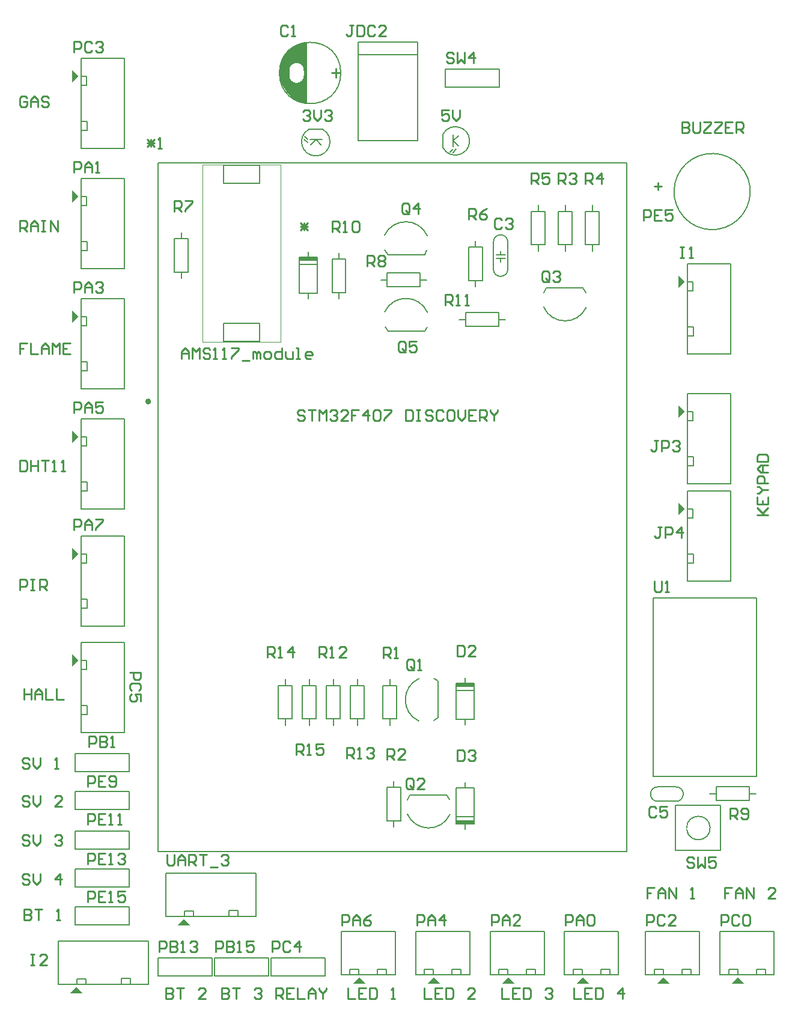
<source format=gto>
G04*
G04 #@! TF.GenerationSoftware,Altium Limited,Altium Designer,18.1.6 (161)*
G04*
G04 Layer_Color=65535*
%FSTAX24Y24*%
%MOIN*%
G70*
G01*
G75*
%ADD10C,0.0080*%
%ADD11C,0.0070*%
%ADD12C,0.0157*%
%ADD13C,0.0100*%
%ADD14C,0.0070*%
%ADD15C,0.0079*%
%ADD16C,0.0050*%
%ADD17C,0.0004*%
%ADD18R,0.1000X0.0200*%
G36*
X039175Y021735D02*
X039885D01*
X039535Y022085D01*
Y022095D01*
X039175Y021735D01*
D02*
G37*
G36*
X054865Y022265D02*
X055575D01*
X055225Y022615D01*
Y022625D01*
X054865Y022265D01*
D02*
G37*
G36*
X045145Y025505D02*
X045855D01*
X045505Y025855D01*
Y025865D01*
X045145Y025505D01*
D02*
G37*
G36*
X039305Y040555D02*
Y039845D01*
X039655Y040195D01*
X039665D01*
X039305Y040555D01*
D02*
G37*
G36*
X058997Y022265D02*
X059707D01*
X059357Y022615D01*
Y022625D01*
X058997Y022265D01*
D02*
G37*
G36*
X063129D02*
X063839D01*
X063489Y022615D01*
Y022625D01*
X063129Y022265D01*
D02*
G37*
G36*
X067261D02*
X067971D01*
X067621Y022615D01*
Y022625D01*
X067261Y022265D01*
D02*
G37*
G36*
X071753D02*
X072463D01*
X072113Y022615D01*
Y022625D01*
X071753Y022265D01*
D02*
G37*
G36*
X075885D02*
X076595D01*
X076245Y022615D01*
Y022625D01*
X075885Y022265D01*
D02*
G37*
G36*
X039305Y046455D02*
Y045745D01*
X039655Y046095D01*
X039665D01*
X039305Y046455D01*
D02*
G37*
G36*
X039305Y052955D02*
Y052245D01*
X039655Y052595D01*
X039665D01*
X039305Y052955D01*
D02*
G37*
G36*
Y059622D02*
Y058912D01*
X039655Y059262D01*
X039665D01*
X039305Y059622D01*
D02*
G37*
G36*
Y066288D02*
Y065578D01*
X039655Y065928D01*
X039665D01*
X039305Y066288D01*
D02*
G37*
G36*
Y072955D02*
Y072245D01*
X039655Y072595D01*
X039665D01*
X039305Y072955D01*
D02*
G37*
G36*
X07294Y048955D02*
Y048245D01*
X07329Y048595D01*
X0733D01*
X07294Y048955D01*
D02*
G37*
G36*
Y054355D02*
Y053645D01*
X07329Y053995D01*
X0733D01*
X07294Y054355D01*
D02*
G37*
G36*
X05225Y07253D02*
X0519Y07218D01*
X051621D01*
X051604Y072181D01*
X051571Y072187D01*
X05154Y0722D01*
X051512Y072219D01*
X0515Y07223D01*
D01*
X051435Y072295D01*
X051427Y072303D01*
X051414Y072323D01*
X051405Y072345D01*
X051401Y072368D01*
X0514Y07238D01*
D01*
X05135Y07243D01*
X051339Y072442D01*
X05132Y07247D01*
X051307Y072501D01*
X051301Y072534D01*
X0513Y072551D01*
D01*
Y073059D01*
X051301Y073076D01*
X051307Y073109D01*
X05132Y07314D01*
X051339Y073168D01*
X05135Y07318D01*
Y07318D01*
X051465Y073295D01*
X051473Y073303D01*
X051493Y073316D01*
X051515Y073325D01*
X051538Y073329D01*
X05155Y07333D01*
X051562Y073341D01*
X05159Y07336D01*
X051621Y073373D01*
X051654Y073379D01*
X051671Y07338D01*
D01*
X051809D01*
X051842Y073378D01*
X051908Y073365D01*
X05197Y07334D01*
X052025Y073302D01*
X05205Y07328D01*
D01*
X052165Y073165D01*
X052173Y073157D01*
X052186Y073137D01*
X052195Y073115D01*
X052199Y073092D01*
X0522Y07308D01*
D01*
X05225D01*
Y07448D01*
X0517Y07428D01*
X0513Y07398D01*
X051Y07358D01*
X0508Y07298D01*
Y07258D01*
X05095Y07208D01*
X05125Y07163D01*
X0516Y07133D01*
X05205Y07113D01*
X05225Y07108D01*
Y07253D01*
D02*
G37*
G36*
X07294Y061555D02*
Y060845D01*
X07329Y061195D01*
X0733D01*
X07294Y061555D01*
D02*
G37*
D10*
X073355Y067741D02*
G03*
X07337Y067755I001448J-001539D01*
G01*
D11*
X058999Y06375D02*
G03*
X056635Y063782I-00119J-000524D01*
G01*
X059009Y0595D02*
G03*
X056644Y059532I-00119J-000524D01*
G01*
X065453Y059805D02*
G03*
X067818Y059772I00119J000524D01*
G01*
X057891Y03168D02*
G03*
X060255Y031648I00119J000524D01*
G01*
X05856Y039199D02*
G03*
X058528Y036835I000524J-00119D01*
G01*
X073394Y030817D02*
G03*
X073388Y0309I000645J000083D01*
G01*
X07179Y03318D02*
G03*
X07179Y03238I0J-0004D01*
G01*
X0728D02*
G03*
X0728Y03318I0J0004D01*
G01*
X0542Y07278D02*
G03*
X0542Y07278I-0017J0D01*
G01*
X06267Y0619D02*
G03*
X06347Y0619I0004J0D01*
G01*
Y0634D02*
G03*
X06267Y0634I-0004J0D01*
G01*
X03982Y0372D02*
X04012D01*
Y0377D01*
X03982D02*
X04012D01*
X0398Y03968D02*
X0401D01*
Y04018D01*
X0398D02*
X0401D01*
X0422Y0362D02*
Y0412D01*
X0398Y0362D02*
X0408D01*
X0398D02*
Y0412D01*
X0422D01*
X0408Y0362D02*
X0422D01*
X04253Y02225D02*
Y02255D01*
X04203D02*
X04253D01*
X04203Y02225D02*
Y02255D01*
X04005Y02223D02*
Y02253D01*
X03955D02*
X04005D01*
X03955Y02223D02*
Y02253D01*
X03853Y02463D02*
X04353D01*
Y02223D02*
Y02323D01*
X03853Y02223D02*
X04353D01*
X03853D02*
Y02463D01*
X04353Y02323D02*
Y02463D01*
X05682Y0627D02*
X05885D01*
X05898Y06296D01*
X056647Y062948D02*
X05682Y0627D01*
X05683Y05845D02*
X05886D01*
X05899Y05871D01*
X056656Y058698D02*
X05683Y05845D01*
X073455Y051D02*
X073755D01*
Y0515D01*
X073455D02*
X073755D01*
X073435Y05348D02*
X073735D01*
Y05398D01*
X073435D02*
X073735D01*
X075835Y05D02*
Y055D01*
X073435Y05D02*
X074435D01*
X073435D02*
Y055D01*
X075835D01*
X074435Y05D02*
X075835D01*
X073455Y0456D02*
X073755D01*
Y0461D01*
X073455D02*
X073755D01*
X073435Y04808D02*
X073735D01*
Y04858D01*
X073435D02*
X073735D01*
X075835Y0446D02*
Y0496D01*
X073435Y0446D02*
X074435D01*
X073435D02*
Y0496D01*
X075835D01*
X074435Y0446D02*
X075835D01*
X05512Y0388D02*
Y03915D01*
X0555Y03695D02*
Y0388D01*
X05512Y03661D02*
Y03695D01*
X05474D02*
Y0388D01*
Y03695D02*
X0555D01*
X05474Y0388D02*
X0555D01*
X052453D02*
Y03915D01*
X052833Y03695D02*
Y0388D01*
X052453Y03661D02*
Y03695D01*
X052073D02*
Y0388D01*
Y03695D02*
X052833D01*
X052073Y0388D02*
X052833D01*
X05112D02*
Y03915D01*
X0515Y03695D02*
Y0388D01*
X05112Y03661D02*
Y03695D01*
X05074D02*
Y0388D01*
Y03695D02*
X0515D01*
X05074Y0388D02*
X0515D01*
X053787D02*
Y03915D01*
X054167Y03695D02*
Y0388D01*
X053787Y03661D02*
Y03695D01*
X053407D02*
Y0388D01*
Y03695D02*
X054167D01*
X053407Y0388D02*
X054167D01*
X058614Y0613D02*
X058964D01*
X056764Y06092D02*
X058614D01*
X056424Y0613D02*
X056764D01*
Y06168D02*
X058614D01*
X056764Y06092D02*
Y06168D01*
X058614Y06092D02*
Y06168D01*
X0541Y06026D02*
Y06061D01*
X05372D02*
Y06246D01*
X0541D02*
Y0628D01*
X05448Y06061D02*
Y06246D01*
X05372D02*
X05448D01*
X05372Y06061D02*
X05448D01*
X05224Y062574D02*
X0524D01*
X05261D01*
X0519Y062164D02*
X05287D01*
X0524Y062574D02*
Y062874D01*
Y060274D02*
Y060574D01*
X0519Y062574D02*
X0524D01*
X0519Y060574D02*
Y062574D01*
Y060574D02*
X0529D01*
Y062574D01*
X0524D02*
X0529D01*
X06297Y05911D02*
X06332D01*
X06112Y05873D02*
X06297D01*
X06078Y05911D02*
X06112D01*
Y05949D02*
X06297D01*
X06112Y05873D02*
Y05949D01*
X06297Y05873D02*
Y05949D01*
X073618Y02275D02*
Y02305D01*
X073118D02*
X073618D01*
X073118Y02275D02*
Y02305D01*
X072098Y02277D02*
Y02307D01*
X071598D02*
X072098D01*
X071598Y02277D02*
Y02307D01*
X071108Y02516D02*
X074108D01*
Y02276D02*
Y02516D01*
X071108Y02276D02*
X074108D01*
X071108D02*
Y02516D01*
X0611Y03113D02*
X06126D01*
X06089D02*
X0611D01*
X06063Y03154D02*
X0616D01*
X0611Y03083D02*
Y03113D01*
Y03313D02*
Y03343D01*
Y03113D02*
X0616D01*
Y03313D01*
X0606D02*
X0616D01*
X0606Y03113D02*
Y03313D01*
Y03113D02*
X0611D01*
X06665Y0651D02*
Y06545D01*
X06703Y06325D02*
Y0651D01*
X06665Y06291D02*
Y06325D01*
X06627D02*
Y0651D01*
Y06325D02*
X06703D01*
X06627Y0651D02*
X06703D01*
X065602Y060854D02*
X067632D01*
X065472Y060594D02*
X065602Y060854D01*
X067632D02*
X067806Y060607D01*
X06815Y0651D02*
Y06545D01*
X06853Y06325D02*
Y0651D01*
X06815Y06291D02*
Y06325D01*
X06777D02*
Y0651D01*
Y06325D02*
X06853D01*
X06777Y0651D02*
X06853D01*
X064994Y02275D02*
Y02305D01*
X064494D02*
X064994D01*
X064494Y02275D02*
Y02305D01*
X063474Y02277D02*
Y02307D01*
X062974D02*
X063474D01*
X062974Y02277D02*
Y02307D01*
X062484Y02516D02*
X065484D01*
Y02276D02*
Y02516D01*
X062484Y02276D02*
X065484D01*
X062484D02*
Y02516D01*
X069126Y02275D02*
Y02305D01*
X068626D02*
X069126D01*
X068626Y02275D02*
Y02305D01*
X067606Y02277D02*
Y02307D01*
X067106D02*
X067606D01*
X067106Y02277D02*
Y02307D01*
X066616Y02516D02*
X069616D01*
Y02276D02*
Y02516D01*
X066616Y02276D02*
X069616D01*
X066616D02*
Y02516D01*
X06515Y0651D02*
Y06545D01*
X06553Y06325D02*
Y0651D01*
X06515Y06291D02*
Y06325D01*
X06477D02*
Y0651D01*
Y06325D02*
X06553D01*
X06477Y0651D02*
X06553D01*
X05673Y02275D02*
Y02305D01*
X05623D02*
X05673D01*
X05623Y02275D02*
Y02305D01*
X05521Y02277D02*
Y02307D01*
X05471D02*
X05521D01*
X05471Y02277D02*
Y02307D01*
X05422Y02516D02*
X05722D01*
Y02276D02*
Y02516D01*
X05422Y02276D02*
X05722D01*
X05422D02*
Y02516D01*
X060862Y02275D02*
Y02305D01*
X060362D02*
X060862D01*
X060362Y02275D02*
Y02305D01*
X059342Y02277D02*
Y02307D01*
X058842D02*
X059342D01*
X058842Y02277D02*
Y02307D01*
X058352Y02516D02*
X061352D01*
Y02276D02*
Y02516D01*
X058352Y02276D02*
X061352D01*
X058352D02*
Y02516D01*
X05804Y03273D02*
X06007D01*
X05791Y03247D02*
X05804Y03273D01*
X06007D02*
X060243Y032482D01*
X05692Y0388D02*
Y03915D01*
X0573Y03695D02*
Y0388D01*
X05692Y03661D02*
Y03695D01*
X05654D02*
Y0388D01*
Y03695D02*
X0573D01*
X05654Y0388D02*
X0573D01*
X057148Y03316D02*
Y03351D01*
X057528Y03131D02*
Y03316D01*
X057148Y03097D02*
Y03131D01*
X056768D02*
Y03316D01*
Y03131D02*
X057528D01*
X056768Y03316D02*
X057528D01*
X05961Y03702D02*
Y03905D01*
X05935Y03918D02*
X05961Y03905D01*
X059362Y036847D02*
X05961Y03702D01*
X07524Y02276D02*
Y02516D01*
Y02276D02*
X07824D01*
Y02516D01*
X07524D02*
X07824D01*
X07573Y02277D02*
Y02307D01*
X07623D01*
Y02277D02*
Y02307D01*
X07725Y02275D02*
Y02305D01*
X07775D01*
Y02275D02*
Y02305D01*
X0495Y027D02*
Y0284D01*
X0445Y026D02*
Y0284D01*
Y026D02*
X0495D01*
Y027D01*
X0445Y0284D02*
X0495D01*
X04552Y026D02*
Y0263D01*
X04602D01*
Y026D02*
Y0263D01*
X048Y02602D02*
Y02632D01*
X0485D01*
Y02602D02*
Y02632D01*
X07278Y02965D02*
X07528D01*
X07278D02*
Y03215D01*
X07528D01*
Y02965D02*
Y03215D01*
X0718Y03318D02*
X0728D01*
X0718Y03238D02*
X0728D01*
X07503Y03242D02*
Y03318D01*
X07688Y03242D02*
Y03318D01*
X07503Y03242D02*
X07688D01*
Y0328D02*
X07722D01*
X07503Y03318D02*
X07688D01*
X07468Y0328D02*
X07503D01*
X06267Y0619D02*
Y0634D01*
X06347Y0619D02*
Y0634D01*
X06282Y0625D02*
X06332D01*
X06282Y0627D02*
X06332D01*
X06307D02*
Y0629D01*
Y0623D02*
Y0625D01*
X05515Y07448D02*
X05845D01*
X05515Y06903D02*
X05845D01*
Y07448D01*
X05515Y06903D02*
Y07448D01*
Y07378D02*
X05845D01*
X06043Y068696D02*
Y069356D01*
Y069016D02*
X06072Y069306D01*
X06043Y069016D02*
X06072Y068726D01*
X059881Y068618D02*
Y06941D01*
X06043Y068376D02*
X0606Y068546D01*
X06027Y068406D02*
X06044Y068576D01*
X06167Y06312D02*
Y06347D01*
X06205Y06127D02*
Y06312D01*
X06167Y06093D02*
Y06127D01*
X06129D02*
Y06312D01*
Y06127D02*
X06205D01*
X06129Y06312D02*
X06205D01*
X0525Y0691D02*
X05316D01*
X05282D02*
X05311Y06881D01*
X05253D02*
X05282Y0691D01*
X052422Y069649D02*
X053213D01*
X05218Y0691D02*
X05235Y06893D01*
X05221Y06926D02*
X05238Y06909D01*
X04535Y06138D02*
Y06173D01*
X04497D02*
Y06358D01*
X04535D02*
Y06392D01*
X04573Y06173D02*
Y06358D01*
X04497D02*
X04573D01*
X04497Y06173D02*
X04573D01*
X0408Y0486D02*
X0422D01*
X0398Y0536D02*
X0422D01*
X0398Y0486D02*
Y0536D01*
Y0486D02*
X0408D01*
X0422D02*
Y0536D01*
X0398Y05258D02*
X0401D01*
Y05208D02*
Y05258D01*
X0398Y05208D02*
X0401D01*
X03982Y0501D02*
X04012D01*
Y0496D02*
Y0501D01*
X03982Y0496D02*
X04012D01*
X0408Y055267D02*
X0422D01*
X0398Y060267D02*
X0422D01*
X0398Y055267D02*
Y060267D01*
Y055267D02*
X0408D01*
X0422D02*
Y060267D01*
X0398Y059247D02*
X0401D01*
Y058747D02*
Y059247D01*
X0398Y058747D02*
X0401D01*
X03982Y056767D02*
X04012D01*
Y056267D02*
Y056767D01*
X03982Y056267D02*
X04012D01*
X0408Y0686D02*
X0422D01*
X0398Y0736D02*
X0422D01*
X0398Y0686D02*
Y0736D01*
Y0686D02*
X0408D01*
X0422D02*
Y0736D01*
X0398Y07258D02*
X0401D01*
Y07208D02*
Y07258D01*
X0398Y07208D02*
X0401D01*
X03982Y0701D02*
X04012D01*
Y0696D02*
Y0701D01*
X03982Y0696D02*
X04012D01*
X06094Y03893D02*
X0611D01*
X06131D01*
X0606Y03852D02*
X06157D01*
X0611Y03893D02*
Y03923D01*
Y03663D02*
Y03693D01*
X0606Y03893D02*
X0611D01*
X0606Y03693D02*
Y03893D01*
Y03693D02*
X0616D01*
Y03893D01*
X0611D02*
X0616D01*
X0408Y061933D02*
X0422D01*
X0398Y066933D02*
X0422D01*
X0398Y061933D02*
Y066933D01*
Y061933D02*
X0408D01*
X0422D02*
Y066933D01*
X0398Y065913D02*
X0401D01*
Y065413D02*
Y065913D01*
X0398Y065413D02*
X0401D01*
X03982Y063433D02*
X04012D01*
Y062933D02*
Y063433D01*
X03982Y062933D02*
X04012D01*
X0408Y0421D02*
X0422D01*
X0398Y0471D02*
X0422D01*
X0398Y0421D02*
Y0471D01*
Y0421D02*
X0408D01*
X0422D02*
Y0471D01*
X0398Y04608D02*
X0401D01*
Y04558D02*
Y04608D01*
X0398Y04558D02*
X0401D01*
X03982Y0436D02*
X04012D01*
Y0431D02*
Y0436D01*
X03982Y0431D02*
X04012D01*
X074435Y0572D02*
X075835D01*
X073435Y0622D02*
X075835D01*
X073435Y0572D02*
Y0622D01*
Y0572D02*
X074435D01*
X075835D02*
Y0622D01*
X073435Y06118D02*
X073735D01*
Y06068D02*
Y06118D01*
X073435Y06068D02*
X073735D01*
X073455Y0587D02*
X073755D01*
Y0582D02*
Y0587D01*
X073455Y0582D02*
X073755D01*
D12*
X043601Y054559D02*
G03*
X043601Y054559I-000079J0D01*
G01*
D13*
X0513Y07263D02*
G03*
X05175Y07218I00045J0D01*
G01*
X0518Y07338D02*
G03*
X0513Y07298I-00005J-00045D01*
G01*
X0522Y07288D02*
G03*
X0518Y07338I-00045J00005D01*
G01*
X05175Y07218D02*
G03*
X0522Y07263I0J00045D01*
G01*
X05225Y07113D02*
Y07443D01*
X0522Y07253D02*
X05225D01*
X0513Y07263D02*
Y07298D01*
X0522Y07248D02*
Y07298D01*
X05392Y07253D02*
Y07303D01*
X0537Y07278D02*
X05415D01*
X07312Y07007D02*
Y06947D01*
X07342D01*
X07352Y06957D01*
Y06967D01*
X07342Y06977D01*
X07312D01*
X07342D01*
X07352Y06987D01*
Y06997D01*
X07342Y07007D01*
X07312D01*
X07372D02*
Y06957D01*
X07382Y06947D01*
X07402D01*
X07412Y06957D01*
Y07007D01*
X07432D02*
X074719D01*
Y06997D01*
X07432Y06957D01*
Y06947D01*
X074719D01*
X074919Y07007D02*
X075319D01*
Y06997D01*
X074919Y06957D01*
Y06947D01*
X075319D01*
X075919Y07007D02*
X075519D01*
Y06947D01*
X075919D01*
X075519Y06977D02*
X075719D01*
X076119Y06947D02*
Y07007D01*
X076419D01*
X076519Y06997D01*
Y06977D01*
X076419Y06967D01*
X076119D01*
X076319D02*
X076519Y06947D01*
X0773Y048245D02*
X0779D01*
X0777D01*
X0773Y048645D01*
X0776Y048345D01*
X0779Y048645D01*
X0773Y049245D02*
Y048845D01*
X0779D01*
Y049245D01*
X0776Y048845D02*
Y049045D01*
X0773Y049445D02*
X0774D01*
X0776Y049645D01*
X0774Y049844D01*
X0773D01*
X0776Y049645D02*
X0779D01*
Y050044D02*
X0773D01*
Y050344D01*
X0774Y050444D01*
X0776D01*
X0777Y050344D01*
Y050044D01*
X0779Y050644D02*
X0775D01*
X0773Y050844D01*
X0775Y051044D01*
X0779D01*
X0776D01*
Y050644D01*
X0773Y051244D02*
X0779D01*
Y051544D01*
X0778Y051644D01*
X0774D01*
X0773Y051544D01*
Y051244D01*
X03663Y0264D02*
Y0258D01*
X03693D01*
X03703Y0259D01*
Y026D01*
X03693Y0261D01*
X03663D01*
X03693D01*
X03703Y0262D01*
Y0263D01*
X03693Y0264D01*
X03663D01*
X03723D02*
X03763D01*
X03743D01*
Y0258D01*
X038429D02*
X038629D01*
X038529D01*
Y0264D01*
X038429Y0263D01*
X03693Y028271D02*
X03683Y028371D01*
X03663D01*
X03653Y028271D01*
Y028171D01*
X03663Y028071D01*
X03683D01*
X03693Y027971D01*
Y027871D01*
X03683Y027771D01*
X03663D01*
X03653Y027871D01*
X03713Y028371D02*
Y027971D01*
X03733Y027771D01*
X03753Y027971D01*
Y028371D01*
X038629Y027771D02*
Y028371D01*
X038329Y028071D01*
X038729D01*
X03693Y030427D02*
X03683Y030527D01*
X03663D01*
X03653Y030427D01*
Y030327D01*
X03663Y030227D01*
X03683D01*
X03693Y030127D01*
Y030027D01*
X03683Y029927D01*
X03663D01*
X03653Y030027D01*
X03713Y030527D02*
Y030127D01*
X03733Y029927D01*
X03753Y030127D01*
Y030527D01*
X038329Y030427D02*
X038429Y030527D01*
X038629D01*
X038729Y030427D01*
Y030327D01*
X038629Y030227D01*
X038529D01*
X038629D01*
X038729Y030127D01*
Y030027D01*
X038629Y029927D01*
X038429D01*
X038329Y030027D01*
X03693Y0326D02*
X03683Y0327D01*
X03663D01*
X03653Y0326D01*
Y0325D01*
X03663Y0324D01*
X03683D01*
X03693Y0323D01*
Y0322D01*
X03683Y0321D01*
X03663D01*
X03653Y0322D01*
X03713Y0327D02*
Y0323D01*
X03733Y0321D01*
X03753Y0323D01*
Y0327D01*
X038729Y0321D02*
X038329D01*
X038729Y0325D01*
Y0326D01*
X038629Y0327D01*
X038429D01*
X038329Y0326D01*
X0759Y0276D02*
X0755D01*
Y0273D01*
X0757D01*
X0755D01*
Y027D01*
X0761D02*
Y0274D01*
X0763Y0276D01*
X0765Y0274D01*
Y027D01*
Y0273D01*
X0761D01*
X0767Y027D02*
Y0276D01*
X077099Y027D01*
Y0276D01*
X078299Y027D02*
X077899D01*
X078299Y0274D01*
Y0275D01*
X078199Y0276D01*
X077999D01*
X077899Y0275D01*
X0716Y0276D02*
X0712D01*
Y0273D01*
X0714D01*
X0712D01*
Y027D01*
X0718D02*
Y0274D01*
X072Y0276D01*
X0722Y0274D01*
Y027D01*
Y0273D01*
X0718D01*
X0724Y027D02*
Y0276D01*
X072799Y027D01*
Y0276D01*
X073599Y027D02*
X073799D01*
X073699D01*
Y0276D01*
X073599Y0275D01*
X06713Y02203D02*
Y02143D01*
X06753D01*
X06813Y02203D02*
X06773D01*
Y02143D01*
X06813D01*
X06773Y02173D02*
X06793D01*
X06833Y02203D02*
Y02143D01*
X06863D01*
X068729Y02153D01*
Y02193D01*
X06863Y02203D01*
X06833D01*
X069829Y02143D02*
Y02203D01*
X069529Y02173D01*
X069929D01*
X06313Y02203D02*
Y02143D01*
X06353D01*
X06413Y02203D02*
X06373D01*
Y02143D01*
X06413D01*
X06373Y02173D02*
X06393D01*
X06433Y02203D02*
Y02143D01*
X06463D01*
X064729Y02153D01*
Y02193D01*
X06463Y02203D01*
X06433D01*
X065529Y02193D02*
X065629Y02203D01*
X065829D01*
X065929Y02193D01*
Y02183D01*
X065829Y02173D01*
X065729D01*
X065829D01*
X065929Y02163D01*
Y02153D01*
X065829Y02143D01*
X065629D01*
X065529Y02153D01*
X05883Y02203D02*
Y02143D01*
X05923D01*
X05983Y02203D02*
X05943D01*
Y02143D01*
X05983D01*
X05943Y02173D02*
X05963D01*
X06003Y02203D02*
Y02143D01*
X06033D01*
X060429Y02153D01*
Y02193D01*
X06033Y02203D01*
X06003D01*
X061629Y02143D02*
X061229D01*
X061629Y02183D01*
Y02193D01*
X061529Y02203D01*
X061329D01*
X061229Y02193D01*
X054595Y02203D02*
Y02143D01*
X054995D01*
X055595Y02203D02*
X055195D01*
Y02143D01*
X055595D01*
X055195Y02173D02*
X055395D01*
X055795Y02203D02*
Y02143D01*
X056095D01*
X056194Y02153D01*
Y02193D01*
X056095Y02203D01*
X055795D01*
X056994Y02143D02*
X057194D01*
X057094D01*
Y02203D01*
X056994Y02193D01*
X0506Y02143D02*
Y02203D01*
X0509D01*
X051Y02193D01*
Y02173D01*
X0509Y02163D01*
X0506D01*
X0508D02*
X051Y02143D01*
X0516Y02203D02*
X0512D01*
Y02143D01*
X0516D01*
X0512Y02173D02*
X0514D01*
X0518Y02203D02*
Y02143D01*
X052199D01*
X052399D02*
Y02183D01*
X052599Y02203D01*
X052799Y02183D01*
Y02143D01*
Y02173D01*
X052399D01*
X052999Y02203D02*
Y02193D01*
X053199Y02173D01*
X053399Y02193D01*
Y02203D01*
X053199Y02173D02*
Y02143D01*
X0476Y02203D02*
Y02143D01*
X0479D01*
X048Y02153D01*
Y02163D01*
X0479Y02173D01*
X0476D01*
X0479D01*
X048Y02183D01*
Y02193D01*
X0479Y02203D01*
X0476D01*
X0482D02*
X0486D01*
X0484D01*
Y02143D01*
X049399Y02193D02*
X049499Y02203D01*
X049699D01*
X049799Y02193D01*
Y02183D01*
X049699Y02173D01*
X049599D01*
X049699D01*
X049799Y02163D01*
Y02153D01*
X049699Y02143D01*
X049499D01*
X049399Y02153D01*
X0445Y02203D02*
Y02143D01*
X0448D01*
X0449Y02153D01*
Y02163D01*
X0448Y02173D01*
X0445D01*
X0448D01*
X0449Y02183D01*
Y02193D01*
X0448Y02203D01*
X0445D01*
X0451D02*
X0455D01*
X0453D01*
Y02143D01*
X046699D02*
X046299D01*
X046699Y02183D01*
Y02193D01*
X046599Y02203D01*
X046399D01*
X046299Y02193D01*
X03693Y03468D02*
X03683Y03478D01*
X03663D01*
X03653Y03468D01*
Y03458D01*
X03663Y03448D01*
X03683D01*
X03693Y03438D01*
Y03428D01*
X03683Y03418D01*
X03663D01*
X03653Y03428D01*
X03713Y03478D02*
Y03438D01*
X03733Y03418D01*
X03753Y03438D01*
Y03478D01*
X038329Y03418D02*
X038529D01*
X038429D01*
Y03478D01*
X038329Y03468D01*
X03663Y03863D02*
Y03803D01*
Y03833D01*
X03703D01*
Y03863D01*
Y03803D01*
X03723D02*
Y03843D01*
X03743Y03863D01*
X03763Y03843D01*
Y03803D01*
Y03833D01*
X03723D01*
X03783Y03863D02*
Y03803D01*
X038229D01*
X038429Y03863D02*
Y03803D01*
X038829D01*
X0364Y0441D02*
Y0447D01*
X0367D01*
X0368Y0446D01*
Y0444D01*
X0367Y0443D01*
X0364D01*
X037Y0447D02*
X0372D01*
X0371D01*
Y0441D01*
X037D01*
X0372D01*
X0375D02*
Y0447D01*
X0378D01*
X0379Y0446D01*
Y0444D01*
X0378Y0443D01*
X0375D01*
X0377D02*
X0379Y0441D01*
X0364Y0513D02*
Y0507D01*
X0367D01*
X0368Y0508D01*
Y0512D01*
X0367Y0513D01*
X0364D01*
X037D02*
Y0507D01*
Y051D01*
X0374D01*
Y0513D01*
Y0507D01*
X0376Y0513D02*
X037999D01*
X0378D01*
Y0507D01*
X038199D02*
X038399D01*
X038299D01*
Y0513D01*
X038199Y0512D01*
X038699Y0507D02*
X038899D01*
X038799D01*
Y0513D01*
X038699Y0512D01*
X0368Y0578D02*
X0364D01*
Y0575D01*
X0366D01*
X0364D01*
Y0572D01*
X037Y0578D02*
Y0572D01*
X0374D01*
X0376D02*
Y0576D01*
X0378Y0578D01*
X037999Y0576D01*
Y0572D01*
Y0575D01*
X0376D01*
X038199Y0572D02*
Y0578D01*
X038399Y0576D01*
X038599Y0578D01*
Y0572D01*
X039199Y0578D02*
X038799D01*
Y0572D01*
X039199D01*
X038799Y0575D02*
X038999D01*
X0364Y064D02*
Y0646D01*
X0367D01*
X0368Y0645D01*
Y0643D01*
X0367Y0642D01*
X0364D01*
X0366D02*
X0368Y064D01*
X037D02*
Y0644D01*
X0372Y0646D01*
X0374Y0644D01*
Y064D01*
Y0643D01*
X037D01*
X0376Y0646D02*
X0378D01*
X0377D01*
Y064D01*
X0376D01*
X0378D01*
X038099D02*
Y0646D01*
X038499Y064D01*
Y0646D01*
X0368Y0714D02*
X0367Y0715D01*
X0365D01*
X0364Y0714D01*
Y071D01*
X0365Y0709D01*
X0367D01*
X0368Y071D01*
Y0712D01*
X0366D01*
X037Y0709D02*
Y0713D01*
X0372Y0715D01*
X0374Y0713D01*
Y0709D01*
Y0712D01*
X037D01*
X037999Y0714D02*
X0379Y0715D01*
X0377D01*
X0376Y0714D01*
Y0713D01*
X0377Y0712D01*
X0379D01*
X037999Y0711D01*
Y071D01*
X0379Y0709D01*
X0377D01*
X0376Y071D01*
X071815Y0663D02*
Y0667D01*
X071615Y0665D02*
X072015D01*
X0522Y05398D02*
X0521Y05408D01*
X0519D01*
X0518Y05398D01*
Y05388D01*
X0519Y05378D01*
X0521D01*
X0522Y05368D01*
Y05358D01*
X0521Y05348D01*
X0519D01*
X0518Y05358D01*
X0524Y05408D02*
X0528D01*
X0526D01*
Y05348D01*
X053D02*
Y05408D01*
X0532Y05388D01*
X053399Y05408D01*
Y05348D01*
X053599Y05398D02*
X053699Y05408D01*
X053899D01*
X053999Y05398D01*
Y05388D01*
X053899Y05378D01*
X053799D01*
X053899D01*
X053999Y05368D01*
Y05358D01*
X053899Y05348D01*
X053699D01*
X053599Y05358D01*
X054599Y05348D02*
X054199D01*
X054599Y05388D01*
Y05398D01*
X054499Y05408D01*
X054299D01*
X054199Y05398D01*
X055199Y05408D02*
X054799D01*
Y05378D01*
X054999D01*
X054799D01*
Y05348D01*
X055699D02*
Y05408D01*
X055399Y05378D01*
X055799D01*
X055999Y05398D02*
X056099Y05408D01*
X056299D01*
X056399Y05398D01*
Y05358D01*
X056299Y05348D01*
X056099D01*
X055999Y05358D01*
Y05398D01*
X056598Y05408D02*
X056998D01*
Y05398D01*
X056598Y05358D01*
Y05348D01*
X057798Y05408D02*
Y05348D01*
X058098D01*
X058198Y05358D01*
Y05398D01*
X058098Y05408D01*
X057798D01*
X058398D02*
X058598D01*
X058498D01*
Y05348D01*
X058398D01*
X058598D01*
X059298Y05398D02*
X059198Y05408D01*
X058998D01*
X058898Y05398D01*
Y05388D01*
X058998Y05378D01*
X059198D01*
X059298Y05368D01*
Y05358D01*
X059198Y05348D01*
X058998D01*
X058898Y05358D01*
X059897Y05398D02*
X059797Y05408D01*
X059597D01*
X059498Y05398D01*
Y05358D01*
X059597Y05348D01*
X059797D01*
X059897Y05358D01*
X060397Y05408D02*
X060197D01*
X060097Y05398D01*
Y05358D01*
X060197Y05348D01*
X060397D01*
X060497Y05358D01*
Y05398D01*
X060397Y05408D01*
X060697D02*
Y05368D01*
X060897Y05348D01*
X061097Y05368D01*
Y05408D01*
X061697D02*
X061297D01*
Y05348D01*
X061697D01*
X061297Y05378D02*
X061497D01*
X061897Y05348D02*
Y05408D01*
X062197D01*
X062297Y05398D01*
Y05378D01*
X062197Y05368D01*
X061897D01*
X062097D02*
X062297Y05348D01*
X062497Y05408D02*
Y05398D01*
X062696Y05378D01*
X062896Y05398D01*
Y05408D01*
X062696Y05378D02*
Y05348D01*
X04015Y02679D02*
Y02739D01*
X04045D01*
X04055Y02729D01*
Y02709D01*
X04045Y02699D01*
X04015D01*
X041149Y02739D02*
X04075D01*
Y02679D01*
X041149D01*
X04075Y02709D02*
X04095D01*
X041349Y02679D02*
X041549D01*
X041449D01*
Y02739D01*
X041349Y02729D01*
X042249Y02739D02*
X041849D01*
Y02709D01*
X042049Y02719D01*
X042149D01*
X042249Y02709D01*
Y02689D01*
X042149Y02679D01*
X041949D01*
X041849Y02689D01*
X0425Y039515D02*
X0431D01*
Y039215D01*
X043Y039115D01*
X0428D01*
X0427Y039215D01*
Y039515D01*
X043Y038516D02*
X0431Y038615D01*
Y038815D01*
X043Y038915D01*
X0426D01*
X0425Y038815D01*
Y038615D01*
X0426Y038516D01*
X0431Y037916D02*
Y038316D01*
X0428D01*
X0429Y038116D01*
Y038016D01*
X0428Y037916D01*
X0426D01*
X0425Y038016D01*
Y038216D01*
X0426Y038316D01*
X04727Y02404D02*
Y02464D01*
X04757D01*
X04767Y02454D01*
Y02434D01*
X04757Y02424D01*
X04727D01*
X04787Y02464D02*
Y02404D01*
X04817D01*
X04827Y02414D01*
Y02424D01*
X04817Y02434D01*
X04787D01*
X04817D01*
X04827Y02444D01*
Y02454D01*
X04817Y02464D01*
X04787D01*
X04847Y02404D02*
X04867D01*
X04857D01*
Y02464D01*
X04847Y02454D01*
X049369Y02464D02*
X048969D01*
Y02434D01*
X049169Y02444D01*
X049269D01*
X049369Y02434D01*
Y02414D01*
X049269Y02404D01*
X049069D01*
X048969Y02414D01*
X04413Y02404D02*
Y02464D01*
X04443D01*
X04453Y02454D01*
Y02434D01*
X04443Y02424D01*
X04413D01*
X04473Y02464D02*
Y02404D01*
X04503D01*
X04513Y02414D01*
Y02424D01*
X04503Y02434D01*
X04473D01*
X04503D01*
X04513Y02444D01*
Y02454D01*
X04503Y02464D01*
X04473D01*
X04533Y02404D02*
X04553D01*
X04543D01*
Y02464D01*
X04533Y02454D01*
X045829D02*
X045929Y02464D01*
X046129D01*
X046229Y02454D01*
Y02444D01*
X046129Y02434D01*
X046029D01*
X046129D01*
X046229Y02424D01*
Y02414D01*
X046129Y02404D01*
X045929D01*
X045829Y02414D01*
X05172Y03495D02*
Y03555D01*
X05202D01*
X05212Y03545D01*
Y03525D01*
X05202Y03515D01*
X05172D01*
X05192D02*
X05212Y03495D01*
X05232D02*
X05252D01*
X05242D01*
Y03555D01*
X05232Y03545D01*
X05322Y03555D02*
X05282D01*
Y03525D01*
X05302Y03535D01*
X05312D01*
X05322Y03525D01*
Y03505D01*
X05312Y03495D01*
X05292D01*
X05282Y03505D01*
X05012Y04035D02*
Y04095D01*
X05042D01*
X05052Y04085D01*
Y04065D01*
X05042Y04055D01*
X05012D01*
X05032D02*
X05052Y04035D01*
X05072D02*
X05092D01*
X05082D01*
Y04095D01*
X05072Y04085D01*
X05152Y04035D02*
Y04095D01*
X05122Y04065D01*
X05162D01*
X05452Y034766D02*
Y035366D01*
X05482D01*
X05492Y035266D01*
Y035066D01*
X05482Y034966D01*
X05452D01*
X05472D02*
X05492Y034766D01*
X05512D02*
X05532D01*
X05522D01*
Y035366D01*
X05512Y035266D01*
X05562D02*
X05572Y035366D01*
X05592D01*
X05602Y035266D01*
Y035166D01*
X05592Y035066D01*
X05582D01*
X05592D01*
X05602Y034966D01*
Y034866D01*
X05592Y034766D01*
X05572D01*
X05562Y034866D01*
X052987Y04035D02*
Y04095D01*
X053287D01*
X053387Y04085D01*
Y04065D01*
X053287Y04055D01*
X052987D01*
X053187D02*
X053387Y04035D01*
X053586D02*
X053786D01*
X053686D01*
Y04095D01*
X053586Y04085D01*
X054486Y04035D02*
X054086D01*
X054486Y04075D01*
Y04085D01*
X054386Y04095D01*
X054186D01*
X054086Y04085D01*
X06001Y05988D02*
Y06048D01*
X06031D01*
X06041Y06038D01*
Y06018D01*
X06031Y06008D01*
X06001D01*
X06021D02*
X06041Y05988D01*
X06061D02*
X06081D01*
X06071D01*
Y06048D01*
X06061Y06038D01*
X06111Y05988D02*
X06131D01*
X06121D01*
Y06048D01*
X06111Y06038D01*
X05373Y06397D02*
Y06457D01*
X05403D01*
X05413Y06447D01*
Y06427D01*
X05403Y06417D01*
X05373D01*
X05393D02*
X05413Y06397D01*
X05433D02*
X05453D01*
X05443D01*
Y06457D01*
X05433Y06447D01*
X05483D02*
X05493Y06457D01*
X05513D01*
X05523Y06447D01*
Y06407D01*
X05513Y06397D01*
X05493D01*
X05483Y06407D01*
Y06447D01*
X05565Y06207D02*
Y06267D01*
X05595D01*
X05605Y06257D01*
Y06237D01*
X05595Y06227D01*
X05565D01*
X05585D02*
X05605Y06207D01*
X05625Y06257D02*
X05635Y06267D01*
X05655D01*
X05665Y06257D01*
Y06247D01*
X05655Y06237D01*
X05665Y06227D01*
Y06217D01*
X05655Y06207D01*
X05635D01*
X05625Y06217D01*
Y06227D01*
X05635Y06237D01*
X05625Y06247D01*
Y06257D01*
X05635Y06237D02*
X05655D01*
X0578Y0574D02*
Y0578D01*
X0577Y0579D01*
X0575D01*
X0574Y0578D01*
Y0574D01*
X0575Y0573D01*
X0577D01*
X0576Y0575D02*
X0578Y0573D01*
X0577D02*
X0578Y0574D01*
X0584Y0579D02*
X058D01*
Y0576D01*
X0582Y0577D01*
X0583D01*
X0584Y0576D01*
Y0574D01*
X0583Y0573D01*
X0581D01*
X058Y0574D01*
X058Y06505D02*
Y06545D01*
X0579Y06555D01*
X0577D01*
X0576Y06545D01*
Y06505D01*
X0577Y06495D01*
X0579D01*
X0578Y06515D02*
X058Y06495D01*
X0579D02*
X058Y06505D01*
X0585Y06495D02*
Y06555D01*
X0582Y06525D01*
X0586D01*
X037Y023905D02*
X0372D01*
X0371D01*
Y023305D01*
X037D01*
X0372D01*
X0379D02*
X0375D01*
X0379Y023705D01*
Y023805D01*
X0378Y023905D01*
X0376D01*
X0375Y023805D01*
X05196Y06446D02*
X05236Y06406D01*
X05196D02*
X05236Y06446D01*
X05196Y06426D02*
X05236D01*
X05216Y06406D02*
Y06446D01*
X04347Y0691D02*
X04387Y0687D01*
X04347D02*
X04387Y0691D01*
X04347Y0689D02*
X04387D01*
X04367Y0687D02*
Y0691D01*
X04407Y0686D02*
X04427D01*
X04417D01*
Y0692D01*
X04407Y0691D01*
X06478Y06663D02*
Y06723D01*
X06508D01*
X06518Y06713D01*
Y06693D01*
X06508Y06683D01*
X06478D01*
X06498D02*
X06518Y06663D01*
X06578Y06723D02*
X06538D01*
Y06693D01*
X06558Y06703D01*
X06568D01*
X06578Y06693D01*
Y06673D01*
X06568Y06663D01*
X06548D01*
X06538Y06673D01*
X06778Y06663D02*
Y06723D01*
X06808D01*
X06818Y06713D01*
Y06693D01*
X06808Y06683D01*
X06778D01*
X06798D02*
X06818Y06663D01*
X06868D02*
Y06723D01*
X06838Y06693D01*
X06878D01*
X06628Y06663D02*
Y06723D01*
X06658D01*
X06668Y06713D01*
Y06693D01*
X06658Y06683D01*
X06628D01*
X06648D02*
X06668Y06663D01*
X06688Y06713D02*
X06698Y06723D01*
X06718D01*
X06728Y06713D01*
Y06703D01*
X06718Y06693D01*
X06708D01*
X06718D01*
X06728Y06683D01*
Y06673D01*
X06718Y06663D01*
X06698D01*
X06688Y06673D01*
X06578Y06129D02*
Y06169D01*
X06568Y06179D01*
X06548D01*
X06538Y06169D01*
Y06129D01*
X06548Y06119D01*
X06568D01*
X06558Y06139D02*
X06578Y06119D01*
X06568D02*
X06578Y06129D01*
X06598Y06169D02*
X06608Y06179D01*
X06628D01*
X06638Y06169D01*
Y06159D01*
X06628Y06149D01*
X06618D01*
X06628D01*
X06638Y06139D01*
Y06129D01*
X06628Y06119D01*
X06608D01*
X06598Y06129D01*
X0504Y02404D02*
Y02464D01*
X0507D01*
X0508Y02454D01*
Y02434D01*
X0507Y02424D01*
X0504D01*
X0514Y02454D02*
X0513Y02464D01*
X0511D01*
X051Y02454D01*
Y02414D01*
X0511Y02404D01*
X0513D01*
X0514Y02414D01*
X0519Y02404D02*
Y02464D01*
X0516Y02434D01*
X051999D01*
X05428Y0255D02*
Y0261D01*
X05458D01*
X05468Y026D01*
Y0258D01*
X05458Y0257D01*
X05428D01*
X05488Y0255D02*
Y0259D01*
X05508Y0261D01*
X05528Y0259D01*
Y0255D01*
Y0258D01*
X05488D01*
X055879Y0261D02*
X05568Y026D01*
X05548Y0258D01*
Y0256D01*
X05558Y0255D01*
X05578D01*
X055879Y0256D01*
Y0257D01*
X05578Y0258D01*
X05548D01*
X05842Y0255D02*
Y0261D01*
X05872D01*
X05882Y026D01*
Y0258D01*
X05872Y0257D01*
X05842D01*
X05902Y0255D02*
Y0259D01*
X05922Y0261D01*
X05942Y0259D01*
Y0255D01*
Y0258D01*
X05902D01*
X05992Y0255D02*
Y0261D01*
X05962Y0258D01*
X060019D01*
X06255Y0255D02*
Y0261D01*
X06285D01*
X06295Y026D01*
Y0258D01*
X06285Y0257D01*
X06255D01*
X06315Y0255D02*
Y0259D01*
X06335Y0261D01*
X06355Y0259D01*
Y0255D01*
Y0258D01*
X06315D01*
X064149Y0255D02*
X06375D01*
X064149Y0259D01*
Y026D01*
X06405Y0261D01*
X06385D01*
X06375Y026D01*
X06668Y0255D02*
Y0261D01*
X06698D01*
X06708Y026D01*
Y0258D01*
X06698Y0257D01*
X06668D01*
X06728Y0255D02*
Y0259D01*
X06748Y0261D01*
X06768Y0259D01*
Y0255D01*
Y0258D01*
X06728D01*
X06788Y026D02*
X06798Y0261D01*
X06818D01*
X068279Y026D01*
Y0256D01*
X06818Y0255D01*
X06798D01*
X06788Y0256D01*
Y026D01*
X07117Y0255D02*
Y0261D01*
X07147D01*
X07157Y026D01*
Y0258D01*
X07147Y0257D01*
X07117D01*
X07217Y026D02*
X07207Y0261D01*
X07187D01*
X07177Y026D01*
Y0256D01*
X07187Y0255D01*
X07207D01*
X07217Y0256D01*
X072769Y0255D02*
X07237D01*
X072769Y0259D01*
Y026D01*
X07267Y0261D01*
X07247D01*
X07237Y026D01*
X06066Y03522D02*
Y03462D01*
X06096D01*
X06106Y03472D01*
Y03512D01*
X06096Y03522D01*
X06066D01*
X06126Y03512D02*
X06136Y03522D01*
X06156D01*
X06166Y03512D01*
Y03502D01*
X06156Y03492D01*
X06146D01*
X06156D01*
X06166Y03482D01*
Y03472D01*
X06156Y03462D01*
X06136D01*
X06126Y03472D01*
X05678Y03469D02*
Y03529D01*
X05708D01*
X05718Y03519D01*
Y03499D01*
X05708Y03489D01*
X05678D01*
X05698D02*
X05718Y03469D01*
X05778D02*
X05738D01*
X05778Y03509D01*
Y03519D01*
X05768Y03529D01*
X05748D01*
X05738Y03519D01*
X05655Y04033D02*
Y04093D01*
X05685D01*
X05695Y04083D01*
Y04063D01*
X05685Y04053D01*
X05655D01*
X05675D02*
X05695Y04033D01*
X05715D02*
X05735D01*
X05725D01*
Y04093D01*
X05715Y04083D01*
X05825Y03977D02*
Y04017D01*
X05815Y04027D01*
X05795D01*
X05785Y04017D01*
Y03977D01*
X05795Y03967D01*
X05815D01*
X05805Y03987D02*
X05825Y03967D01*
X05815D02*
X05825Y03977D01*
X05845Y03967D02*
X05865D01*
X05855D01*
Y04027D01*
X05845Y04017D01*
X04015Y02889D02*
Y02949D01*
X04045D01*
X04055Y02939D01*
Y02919D01*
X04045Y02909D01*
X04015D01*
X041149Y02949D02*
X04075D01*
Y02889D01*
X041149D01*
X04075Y02919D02*
X04095D01*
X041349Y02889D02*
X041549D01*
X041449D01*
Y02949D01*
X041349Y02939D01*
X041849D02*
X041949Y02949D01*
X042149D01*
X042249Y02939D01*
Y02929D01*
X042149Y02919D01*
X042049D01*
X042149D01*
X042249Y02909D01*
Y02899D01*
X042149Y02889D01*
X041949D01*
X041849Y02899D01*
X04015Y031107D02*
Y031707D01*
X04045D01*
X04055Y031607D01*
Y031407D01*
X04045Y031307D01*
X04015D01*
X041149Y031707D02*
X04075D01*
Y031107D01*
X041149D01*
X04075Y031407D02*
X04095D01*
X041349Y031107D02*
X041549D01*
X041449D01*
Y031707D01*
X041349Y031607D01*
X041849Y031107D02*
X042049D01*
X041949D01*
Y031707D01*
X041849Y031607D01*
X04015Y03319D02*
Y03379D01*
X04045D01*
X04055Y03369D01*
Y03349D01*
X04045Y03339D01*
X04015D01*
X041149Y03379D02*
X04075D01*
Y03319D01*
X041149D01*
X04075Y03349D02*
X04095D01*
X041349Y03329D02*
X041449Y03319D01*
X041649D01*
X041749Y03329D01*
Y03369D01*
X041649Y03379D01*
X041449D01*
X041349Y03369D01*
Y03359D01*
X041449Y03349D01*
X041749D01*
X04024Y03539D02*
Y03599D01*
X04054D01*
X04064Y03589D01*
Y03569D01*
X04054Y03559D01*
X04024D01*
X04084Y03599D02*
Y03539D01*
X04114D01*
X04124Y03549D01*
Y03559D01*
X04114Y03569D01*
X04084D01*
X04114D01*
X04124Y03579D01*
Y03589D01*
X04114Y03599D01*
X04084D01*
X04144Y03539D02*
X04164D01*
X04154D01*
Y03599D01*
X04144Y03589D01*
X04456Y02943D02*
Y02893D01*
X04466Y02883D01*
X04486D01*
X04496Y02893D01*
Y02943D01*
X04516Y02883D02*
Y02923D01*
X04536Y02943D01*
X04556Y02923D01*
Y02883D01*
Y02913D01*
X04516D01*
X04576Y02883D02*
Y02943D01*
X04606D01*
X046159Y02933D01*
Y02913D01*
X04606Y02903D01*
X04576D01*
X04596D02*
X046159Y02883D01*
X046359Y02943D02*
X046759D01*
X046559D01*
Y02883D01*
X046959Y02873D02*
X047359D01*
X047559Y02933D02*
X047659Y02943D01*
X047859D01*
X047959Y02933D01*
Y02923D01*
X047859Y02913D01*
X047759D01*
X047859D01*
X047959Y02903D01*
Y02893D01*
X047859Y02883D01*
X047659D01*
X047559Y02893D01*
X0717Y032D02*
X0716Y0321D01*
X0714D01*
X0713Y032D01*
Y0316D01*
X0714Y0315D01*
X0716D01*
X0717Y0316D01*
X0723Y0321D02*
X0719D01*
Y0318D01*
X0721Y0319D01*
X0722D01*
X0723Y0318D01*
Y0316D01*
X0722Y0315D01*
X072D01*
X0719Y0316D01*
X06314Y06464D02*
X06304Y06474D01*
X06284D01*
X06274Y06464D01*
Y06424D01*
X06284Y06414D01*
X06304D01*
X06314Y06424D01*
X06334Y06464D02*
X06344Y06474D01*
X06364D01*
X06374Y06464D01*
Y06454D01*
X06364Y06444D01*
X06354D01*
X06364D01*
X06374Y06434D01*
Y06424D01*
X06364Y06414D01*
X06344D01*
X06334Y06424D01*
X05126Y07532D02*
X05116Y07542D01*
X05096D01*
X05086Y07532D01*
Y07492D01*
X05096Y07482D01*
X05116D01*
X05126Y07492D01*
X05146Y07482D02*
X05166D01*
X05156D01*
Y07542D01*
X05146Y07532D01*
X0716Y0446D02*
Y0441D01*
X0717Y044D01*
X0719D01*
X072Y0441D01*
Y0446D01*
X0722Y044D02*
X0724D01*
X0723D01*
Y0446D01*
X0722Y0445D01*
X073793Y0292D02*
X073693Y0293D01*
X073494D01*
X073394Y0292D01*
Y0291D01*
X073494Y029D01*
X073693D01*
X073793Y0289D01*
Y0288D01*
X073693Y0287D01*
X073494D01*
X073394Y0288D01*
X073993Y0293D02*
Y0287D01*
X074193Y0289D01*
X074393Y0287D01*
Y0293D01*
X074993D02*
X074593D01*
Y029D01*
X074793Y0291D01*
X074893D01*
X074993Y029D01*
Y0288D01*
X074893Y0287D01*
X074693D01*
X074593Y0288D01*
X06046Y07382D02*
X06036Y07392D01*
X06016D01*
X06006Y07382D01*
Y07372D01*
X06016Y07362D01*
X06036D01*
X06046Y07352D01*
Y07342D01*
X06036Y07332D01*
X06016D01*
X06006Y07342D01*
X06066Y07392D02*
Y07332D01*
X06086Y07352D01*
X06106Y07332D01*
Y07392D01*
X06156Y07332D02*
Y07392D01*
X06126Y07362D01*
X061659D01*
X0758Y0314D02*
Y032D01*
X0761D01*
X0762Y0319D01*
Y0317D01*
X0761Y0316D01*
X0758D01*
X076D02*
X0762Y0314D01*
X0764Y0315D02*
X0765Y0314D01*
X0767D01*
X0768Y0315D01*
Y0319D01*
X0767Y032D01*
X0765D01*
X0764Y0319D01*
Y0318D01*
X0765Y0317D01*
X0768D01*
X04498Y06509D02*
Y06569D01*
X04528D01*
X04538Y06559D01*
Y06539D01*
X04528Y06529D01*
X04498D01*
X04518D02*
X04538Y06509D01*
X04558Y06569D02*
X04598D01*
Y06559D01*
X04558Y06519D01*
Y06509D01*
X0613Y06465D02*
Y06525D01*
X0616D01*
X0617Y06515D01*
Y06495D01*
X0616Y06485D01*
X0613D01*
X0615D02*
X0617Y06465D01*
X0623Y06525D02*
X0621Y06515D01*
X0619Y06495D01*
Y06475D01*
X062Y06465D01*
X0622D01*
X0623Y06475D01*
Y06485D01*
X0622Y06495D01*
X0619D01*
X05822Y03316D02*
Y03356D01*
X05812Y03366D01*
X05792D01*
X05782Y03356D01*
Y03316D01*
X05792Y03306D01*
X05812D01*
X05802Y03326D02*
X05822Y03306D01*
X05812D02*
X05822Y03316D01*
X05882Y03306D02*
X05842D01*
X05882Y03346D01*
Y03356D01*
X05872Y03366D01*
X05852D01*
X05842Y03356D01*
X0394Y05394D02*
Y05454D01*
X0397D01*
X0398Y05444D01*
Y05424D01*
X0397Y05414D01*
X0394D01*
X04Y05394D02*
Y05434D01*
X0402Y05454D01*
X0404Y05434D01*
Y05394D01*
Y05424D01*
X04D01*
X040999Y05454D02*
X0406D01*
Y05424D01*
X0408Y05434D01*
X0409D01*
X040999Y05424D01*
Y05404D01*
X0409Y05394D01*
X0407D01*
X0406Y05404D01*
X0394Y0606D02*
Y0612D01*
X0397D01*
X0398Y0611D01*
Y0609D01*
X0397Y0608D01*
X0394D01*
X04Y0606D02*
Y061D01*
X0402Y0612D01*
X0404Y061D01*
Y0606D01*
Y0609D01*
X04D01*
X0406Y0611D02*
X0407Y0612D01*
X0409D01*
X040999Y0611D01*
Y061D01*
X0409Y0609D01*
X0408D01*
X0409D01*
X040999Y0608D01*
Y0607D01*
X0409Y0606D01*
X0407D01*
X0406Y0607D01*
X0394Y04744D02*
Y04804D01*
X0397D01*
X0398Y04794D01*
Y04774D01*
X0397Y04764D01*
X0394D01*
X04Y04744D02*
Y04784D01*
X0402Y04804D01*
X0404Y04784D01*
Y04744D01*
Y04774D01*
X04D01*
X0406Y04804D02*
X040999D01*
Y04794D01*
X0406Y04754D01*
Y04744D01*
X0394Y07394D02*
Y07454D01*
X0397D01*
X0398Y07444D01*
Y07424D01*
X0397Y07414D01*
X0394D01*
X0404Y07444D02*
X0403Y07454D01*
X0401D01*
X04Y07444D01*
Y07404D01*
X0401Y07394D01*
X0403D01*
X0404Y07404D01*
X0406Y07444D02*
X0407Y07454D01*
X0409D01*
X040999Y07444D01*
Y07434D01*
X0409Y07424D01*
X0408D01*
X0409D01*
X040999Y07414D01*
Y07404D01*
X0409Y07394D01*
X0407D01*
X0406Y07404D01*
X0394Y06727D02*
Y06787D01*
X0397D01*
X0398Y06777D01*
Y06757D01*
X0397Y06747D01*
X0394D01*
X04Y06727D02*
Y06767D01*
X0402Y06787D01*
X0404Y06767D01*
Y06727D01*
Y06757D01*
X04D01*
X0406Y06727D02*
X0408D01*
X0407D01*
Y06787D01*
X0406Y06777D01*
X071Y0646D02*
Y0652D01*
X0713D01*
X0714Y0651D01*
Y0649D01*
X0713Y0648D01*
X071D01*
X072Y0652D02*
X0716D01*
Y0646D01*
X072D01*
X0716Y0649D02*
X0718D01*
X072599Y0652D02*
X0722D01*
Y0649D01*
X0724Y065D01*
X0725D01*
X072599Y0649D01*
Y0647D01*
X0725Y0646D01*
X0723D01*
X0722Y0647D01*
X05209Y07064D02*
X05219Y07074D01*
X05239D01*
X05249Y07064D01*
Y07054D01*
X05239Y07044D01*
X05229D01*
X05239D01*
X05249Y07034D01*
Y07024D01*
X05239Y07014D01*
X05219D01*
X05209Y07024D01*
X05269Y07074D02*
Y07034D01*
X05289Y07014D01*
X05309Y07034D01*
Y07074D01*
X05329Y07064D02*
X05339Y07074D01*
X05359D01*
X053689Y07064D01*
Y07054D01*
X05359Y07044D01*
X05349D01*
X05359D01*
X053689Y07034D01*
Y07024D01*
X05359Y07014D01*
X05339D01*
X05329Y07024D01*
X0602Y07074D02*
X0598D01*
Y07044D01*
X06Y07054D01*
X0601D01*
X0602Y07044D01*
Y07024D01*
X0601Y07014D01*
X0599D01*
X0598Y07024D01*
X0604Y07074D02*
Y07034D01*
X0606Y07014D01*
X0608Y07034D01*
Y07074D01*
X0753Y0255D02*
Y0261D01*
X0756D01*
X0757Y026D01*
Y0258D01*
X0756Y0257D01*
X0753D01*
X0763Y026D02*
X0762Y0261D01*
X076D01*
X0759Y026D01*
Y0256D01*
X076Y0255D01*
X0762D01*
X0763Y0256D01*
X0765Y026D02*
X0766Y0261D01*
X0768D01*
X076899Y026D01*
Y0256D01*
X0768Y0255D01*
X0766D01*
X0765Y0256D01*
Y026D01*
X072015Y0476D02*
X071815D01*
X071915D01*
Y0471D01*
X071815Y047D01*
X071715D01*
X071615Y0471D01*
X072215Y047D02*
Y0476D01*
X072515D01*
X072615Y0475D01*
Y0473D01*
X072515Y0472D01*
X072215D01*
X073115Y047D02*
Y0476D01*
X072815Y0473D01*
X073214D01*
X071815Y0524D02*
X071615D01*
X071715D01*
Y0519D01*
X071615Y0518D01*
X071515D01*
X071415Y0519D01*
X072015Y0518D02*
Y0524D01*
X072315D01*
X072415Y0523D01*
Y0521D01*
X072315Y052D01*
X072015D01*
X072615Y0523D02*
X072715Y0524D01*
X072915D01*
X073014Y0523D01*
Y0522D01*
X072915Y0521D01*
X072815D01*
X072915D01*
X073014Y052D01*
Y0519D01*
X072915Y0518D01*
X072715D01*
X072615Y0519D01*
X05491Y07542D02*
X05471D01*
X05481D01*
Y07492D01*
X05471Y07482D01*
X05461D01*
X05451Y07492D01*
X05511Y07542D02*
Y07482D01*
X05541D01*
X05551Y07492D01*
Y07532D01*
X05541Y07542D01*
X05511D01*
X056109Y07532D02*
X05601Y07542D01*
X05581D01*
X05571Y07532D01*
Y07492D01*
X05581Y07482D01*
X05601D01*
X056109Y07492D01*
X056709Y07482D02*
X056309D01*
X056709Y07522D01*
Y07532D01*
X056609Y07542D01*
X056409D01*
X056309Y07532D01*
X07304Y06314D02*
X07324D01*
X07314D01*
Y06254D01*
X07304D01*
X07324D01*
X07354D02*
X07374D01*
X07364D01*
Y06314D01*
X07354Y06304D01*
X06066Y04102D02*
Y04042D01*
X06096D01*
X06106Y04052D01*
Y04092D01*
X06096Y04102D01*
X06066D01*
X06166Y04042D02*
X06126D01*
X06166Y04082D01*
Y04092D01*
X06156Y04102D01*
X06136D01*
X06126Y04092D01*
X04535Y05694D02*
Y05734D01*
X04555Y05754D01*
X04575Y05734D01*
Y05694D01*
Y05724D01*
X04535D01*
X04595Y05694D02*
Y05754D01*
X04615Y05734D01*
X04635Y05754D01*
Y05694D01*
X046949Y05744D02*
X04685Y05754D01*
X04665D01*
X04655Y05744D01*
Y05734D01*
X04665Y05724D01*
X04685D01*
X046949Y05714D01*
Y05704D01*
X04685Y05694D01*
X04665D01*
X04655Y05704D01*
X047149Y05694D02*
X047349D01*
X047249D01*
Y05754D01*
X047149Y05744D01*
X047649Y05694D02*
X047849D01*
X047749D01*
Y05754D01*
X047649Y05744D01*
X048149Y05754D02*
X048549D01*
Y05744D01*
X048149Y05704D01*
Y05694D01*
X048749Y05684D02*
X049149D01*
X049349Y05694D02*
Y05734D01*
X049449D01*
X049549Y05724D01*
Y05694D01*
Y05724D01*
X049649Y05734D01*
X049749Y05724D01*
Y05694D01*
X050048D02*
X050248D01*
X050348Y05704D01*
Y05724D01*
X050248Y05734D01*
X050048D01*
X049949Y05724D01*
Y05704D01*
X050048Y05694D01*
X050948Y05754D02*
Y05694D01*
X050648D01*
X050548Y05704D01*
Y05724D01*
X050648Y05734D01*
X050948D01*
X051148D02*
Y05704D01*
X051248Y05694D01*
X051548D01*
Y05734D01*
X051748Y05694D02*
X051948D01*
X051848D01*
Y05754D01*
X051748D01*
X052548Y05694D02*
X052348D01*
X052248Y05704D01*
Y05724D01*
X052348Y05734D01*
X052548D01*
X052648Y05724D01*
Y05714D01*
X052248D01*
D14*
X059883Y068614D02*
G03*
X059884Y069413I000679J000398D01*
G01*
X052418Y069647D02*
G03*
X053217Y069646I000398J-000679D01*
G01*
D15*
X04247Y02553D02*
Y02653D01*
X03947Y02553D02*
X04247D01*
X03947D02*
Y02653D01*
X04247D01*
X03947Y02763D02*
Y02863D01*
X04247D01*
Y02763D02*
Y02863D01*
X03947Y02763D02*
X04247D01*
X03947Y02973D02*
Y03073D01*
X04247D01*
Y02973D02*
Y03073D01*
X03947Y02973D02*
X04247D01*
X03947Y03193D02*
Y03293D01*
X04247D01*
Y03193D02*
Y03293D01*
X03947Y03193D02*
X04247D01*
X03947Y03403D02*
X04247D01*
Y03503D01*
X03947D02*
X04247D01*
X03947Y03403D02*
Y03503D01*
X04407Y0227D02*
X04707D01*
Y0237D01*
X04407D02*
X04707D01*
X04407Y0227D02*
Y0237D01*
X04721Y0227D02*
X05021D01*
Y0237D01*
X04721D02*
X05021D01*
X04721Y0227D02*
Y0237D01*
X06Y07198D02*
X063D01*
Y07298D01*
X06D02*
X063D01*
X06Y07198D02*
Y07298D01*
X05034Y0227D02*
X05334D01*
Y0237D01*
X05034D02*
X05334D01*
X05034Y0227D02*
Y0237D01*
X047698Y067648D02*
X049698D01*
X047698Y066648D02*
Y067648D01*
Y066648D02*
X049698D01*
Y067648D01*
X0497Y0579D02*
Y0589D01*
X0477Y0579D02*
X0497D01*
X0477D02*
Y0589D01*
X0497D01*
D16*
X044078Y029606D02*
Y067795D01*
X070062Y029606D02*
Y067795D01*
X044078D02*
X070062D01*
X044078Y029606D02*
X070062D01*
X07728Y03375D02*
Y04367D01*
X07153D02*
X07728D01*
X07153Y03375D02*
Y04367D01*
Y03375D02*
X07728D01*
D17*
X046535Y057853D02*
Y067695D01*
Y057853D02*
X050865D01*
Y067695D01*
X046535D02*
X050865D01*
D18*
X0524Y062474D02*
D03*
X0611Y03123D02*
D03*
Y03883D02*
D03*
M02*

</source>
